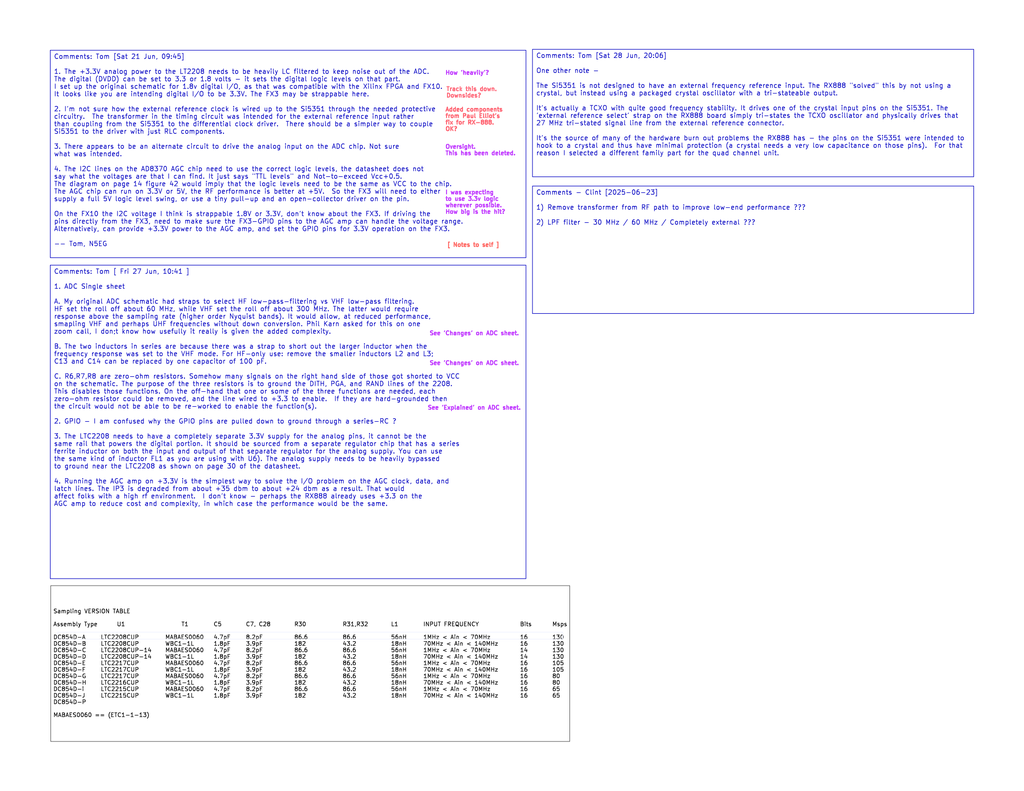
<source format=kicad_sch>
(kicad_sch
	(version 20231120)
	(generator "eeschema")
	(generator_version "8.0")
	(uuid "963e4224-a4bb-40f9-8b90-cd5df4691260")
	(paper "A")
	(title_block
		(title "PSWS-HF103-proto")
		(date "2025-06-23")
		(rev "0.1.0")
		(company "Dave Witten, KD0EAG")
		(comment 2 "[ A Minimalist Rework of HF-103 designed by Oskar Stella, ik1xpv ]")
		(comment 3 "Infineon/Cypress  FX3 DevKit and LTC2208 Demo modules")
		(comment 4 "A development straw-man based on the")
	)
	(lib_symbols)
	(rectangle
		(start 13.843 159.893)
		(end 155.448 202.438)
		(stroke
			(width 0.1)
			(type default)
			(color 6 6 6 0.79)
		)
		(fill
			(type none)
		)
		(uuid 15b97cf2-9fd6-48fe-875a-e4edc9e3b835)
	)
	(rectangle
		(start 15.748 172.593)
		(end 153.543 174.498)
		(stroke
			(width 0)
			(type default)
			(color 237 240 255 1)
		)
		(fill
			(type none)
		)
		(uuid 439cba05-5800-42cd-b744-e08471f09cdf)
	)
	(text_box "Comments - Clint [2025-06-23]\n\n1) Remove transformer from RF path to improve low-end performance ???\n\n2) LPF filter - 30 MHz / 60 MHz / Completely external ???"
		(exclude_from_sim no)
		(at 145.288 50.8 0)
		(size 120.396 34.798)
		(stroke
			(width 0)
			(type default)
		)
		(fill
			(type none)
		)
		(effects
			(font
				(size 1.27 1.27)
			)
			(justify left top)
		)
		(uuid "1f26eebd-b36d-49d8-86f3-d33f5de31949")
	)
	(text_box "Comments: Tom [Sat 28 Jun, 20:06]\n \nOne other note - \n\nThe Si5351 is not designed to have an external frequency reference input. The RX888 \"solved\" this by not using a crystal, but instead using a packaged crystal oscillator with a tri-stateable output. \n\nIt's actually a TCXO with quite good frequency stability. It drives one of the crystal input pins on the Si5351. The 'external reference select' strap on the RX888 board simply tri-states the TCXO oscillator and physically drives that 27 MHz tri-stated signal line from the external reference connector.  \n\nIt's the source of many of the hardware burn out problems the RX888 has - the pins on the Si5351 were intended to hook to a crystal and thus have minimal protection (a crystal needs a very low capacitance on those pins).  For that reason I selected a different family part for the quad channel unit.\n\n\n"
		(exclude_from_sim no)
		(at 145.288 13.462 0)
		(size 120.396 34.798)
		(stroke
			(width 0)
			(type default)
		)
		(fill
			(type none)
		)
		(effects
			(font
				(size 1.27 1.27)
			)
			(justify left top)
		)
		(uuid "9da84277-f7e2-4108-a942-e3499cbde30d")
	)
	(text_box "Comments: Tom [ Fri 27 Jun, 10:41 ]\n\n1. ADC Single sheet\n\nA. My original ADC schematic had straps to select HF low-pass-filtering vs VHF low-pass filtering.\nHF set the roll off about 60 MHz, while VHF set the roll off about 300 MHz. The latter would require\nresponse above the sampling rate (higher order Nyquist bands). It would allow, at reduced performance,\nsmapling VHF and perhaps UHF frequencies without down conversion. Phil Karn asked for this on one\nzoom call, I don;t know how usefully it really is given the added complexity.\n\nB. The two inductors in series are because there was a strap to short out the larger inductor when the\nfrequency response was set to the VHF mode. For HF-only use: remove the smaller inductors L2 and L3;\nC13 and C14 can be replaced by one capacitor of 100 pF.\n\nC. R6,R7,R8 are zero-ohm resistors. Somehow many signals on the right hand side of those got shorted to VCC\non the schematic. The purpose of the three resistors is to ground the DITH, PGA, and RAND lines of the 2208.\nThis disables those functions. On the off-hand that one or some of the three functions are needed, each\nzero-ohm resistor could be removed, and the line wired to +3.3 to enable.  If they are hard-grounded then\nthe circuit would not be able to be re-worked to enable the function(s).\n\n2. GPIO - I am confused why the GPIO pins are pulled down to ground through a series-RC ?\n\n3. The LTC2208 needs to have a completely separate 3.3V supply for the analog pins, it cannot be the\nsame rail that powers the digital portion. It should be sourced from a separate regulator chip that has a series\nferrite inductor on both the input and output of that separate regulator for the analog supply. You can use\nthe same kind of inductor FL1 as you are using with U6). The analog supply needs to be heavily bypassed\nto ground near the LTC2208 as shown on page 30 of the datasheet.\n \n4. Running the AGC amp on +3.3V is the simplest way to solve the I/O problem on the AGC clock, data, and\nlatch lines. The IP3 is degraded from about +35 dbm to about +24 dbm as a result. That would\naffect folks with a high rf environment.  I don't know - perhaps the RX888 already uses +3.3 on the\nAGC amp to reduce cost and complexity, in which case the performance would be the same.\n\n"
		(exclude_from_sim no)
		(at 13.716 72.39 0)
		(size 129.794 85.598)
		(stroke
			(width 0)
			(type default)
		)
		(fill
			(type none)
		)
		(effects
			(font
				(size 1.27 1.27)
			)
			(justify left top)
		)
		(uuid "b64479ed-3388-480c-9218-13e7083f43a8")
	)
	(text_box "Comments: Tom [Sat 21 Jun, 09:45]\n\n1. The +3.3V analog power to the LT2208 needs to be heavily LC filtered to keep noise out of the ADC.\nThe digital (DVDD) can be set to 3.3 or 1.8 volts - it sets the digital logic levels on that part.\nI set up the original schematic for 1.8v digital I/O, as that was compatible with the Xilinx FPGA and FX10.\nIt looks like you are intending digital I/O to be 3.3V. The FX3 may be strappable here.\n\n2. I'm not sure how the external reference clock is wired up to the Si5351 through the needed protective\ncircuitry.  The transformer in the timing circuit was intended for the external reference input rather\nthan coupling from the Si5351 to the differential clock driver.  There should be a simpler way to couple\nSi5351 to the driver with just RLC components.\n\n3. There appears to be an alternate circuit to drive the analog input on the ADC chip. Not sure\nwhat was intended.\n\n4. The I2C lines on the AD8370 AGC chip need to use the correct logic levels, the datasheet does not\nsay what the voltages are that I can find. It just says \"TTL levels\" and Not-to-exceed Vcc+0.5.\nThe diagram on page 14 figure 42 would imply that the logic levels need to be the same as VCC to the chip.\nThe AGC chip can run on 3.3V or 5V, the RF performance is better at +5V.  So the FX3 will need to either\nsupply a full 5V logic level swing, or use a tiny pull-up and an open-collector driver on the pin.\n\nOn the FX10 the I2C voltage I think is strappable 1.8V or 3.3V, don't know about the FX3. If driving the\npins directly from the FX3, need to make sure the FX3-GPIO pins to the AGC amp can handle the voltage range.\nAlternatively, can provide +3.3V power to the AGC amp, and set the GPIO pins for 3.3V operation on the FX3.\n\n-- Tom, N5EG"
		(exclude_from_sim no)
		(at 13.716 13.716 0)
		(size 129.794 56.642)
		(stroke
			(width 0)
			(type default)
		)
		(fill
			(type none)
		)
		(effects
			(font
				(size 1.27 1.27)
			)
			(justify left top)
		)
		(uuid "f80f1711-4917-4c50-83da-6bc955ad4d6e")
	)
	(text "See 'Changes' on ADC sheet."
		(exclude_from_sim no)
		(at 117.094 91.186 0)
		(effects
			(font
				(size 1.1 1.1)
				(thickness 0.254)
				(bold yes)
				(color 189 54 255 1)
			)
			(justify left)
		)
		(uuid "495d78db-bbea-4ee8-9356-a53d7ba970c1")
	)
	(text "I was expecting \nto use 3.3v logic \nwherever possible. \nHow big is the hit?"
		(exclude_from_sim no)
		(at 121.412 55.372 0)
		(effects
			(font
				(size 1.1 1.1)
				(thickness 0.254)
				(bold yes)
				(color 189 54 255 1)
			)
			(justify left)
		)
		(uuid "51fc9d74-5099-4b3d-8150-46c7506383a4")
	)
	(text "Track this down.\nDownsides?"
		(exclude_from_sim no)
		(at 121.666 25.4 0)
		(effects
			(font
				(size 1.1 1.1)
				(thickness 0.254)
				(bold yes)
				(color 255 100 117 1)
			)
			(justify left)
		)
		(uuid "672e4d5f-9309-4ff0-bdf1-05f749dd481a")
	)
	(text "[ Notes to self ]"
		(exclude_from_sim no)
		(at 121.92 67.056 0)
		(effects
			(font
				(size 1.1 1.1)
				(thickness 0.254)
				(bold yes)
				(color 255 97 92 1)
			)
			(justify left)
		)
		(uuid "8fa92327-84e8-4812-8466-e25b3cf11a9a")
	)
	(text "Sampling VERSION TABLE\n										\nAssembly Type	U1				T1		C5		C7, C28		R30 		R31,R32		L1		INPUT FREQUENCY			Bits	Msps\n\nDC854D-A	LTC2208CUP		MABAES0060	4.7pF	8.2pF		86.6		86.6		56nH	1MHz < Ain < 70MHz		16		130\nDC854D-B	LTC2208CUP		WBC1-1L		1.8pF	3.9pF		182			43.2		18nH	70MHz < Ain < 140MHz	16		130\nDC854D-C	LTC2208CUP-14	MABAES0060	4.7pF	8.2pF		86.6		86.6		56nH	1MHz < Ain < 70MHz		14		130\nDC854D-D	LTC2208CUP-14	WBC1-1L		1.8pF	3.9pF		182			43.2		18nH	70MHz < Ain < 140MHz	14		130\nDC854D-E	LTC2217CUP		MABAES0060	4.7pF	8.2pF		86.6		86.6		56nH	1MHz < Ain < 70MHz		16		105\nDC854D-F	LTC2217CUP		WBC1-1L		1.8pF	3.9pF		182			43.2		18nH	70MHz < Ain < 140MHz	16		105\nDC854D-G	LTC2217CUP		MABAES0060	4.7pF	8.2pF		86.6		86.6		56nH	1MHz < Ain < 70MHz		16		80\nDC854D-H	LTC2216CUP		WBC1-1L		1.8pF	3.9pF		182			43.2		18nH	70MHz < Ain < 140MHz	16		80\nDC854D-i	LTC2215CUP		MABAES0060	4.7pF	8.2pF		86.6		86.6		56nH	1MHz < Ain < 70MHz		16		65\nDC854D-J	LTC2215CUP		WBC1-1L		1.8pF	3.9pF		182			43.2		18nH	70MHz < Ain < 140MHz	16		65\nDC854D-P										\n\nMABAES0060 == (ETC1-1-13)"
		(exclude_from_sim no)
		(at 14.478 196.088 0)
		(effects
			(font
				(size 1.1 1.1)
				(color 0 0 0 1)
			)
			(justify left bottom)
		)
		(uuid "95ea91ef-45cd-44a0-81a1-04cc22ac769b")
	)
	(text "Oversight.  \nThis has been deleted."
		(exclude_from_sim no)
		(at 121.412 41.148 0)
		(effects
			(font
				(size 1.1 1.1)
				(thickness 0.254)
				(bold yes)
				(color 189 54 255 1)
			)
			(justify left)
		)
		(uuid "ac26e0ac-62f6-4b10-a8b2-66a74eac9d75")
	)
	(text "Added components\nfrom Paul Elliot's \nfix for RX-888. \nOK?"
		(exclude_from_sim no)
		(at 121.412 32.766 0)
		(effects
			(font
				(size 1.1 1.1)
				(thickness 0.254)
				(bold yes)
				(color 255 93 107 1)
			)
			(justify left)
		)
		(uuid "b5f9174e-541a-49ce-8fa2-f11446505759")
	)
	(text "See 'Explained' on ADC sheet."
		(exclude_from_sim no)
		(at 116.586 111.506 0)
		(effects
			(font
				(size 1.1 1.1)
				(thickness 0.254)
				(bold yes)
				(color 189 54 255 1)
			)
			(justify left)
		)
		(uuid "b7edde2a-4273-4f1a-9365-64ce1bcf8579")
	)
	(text "How 'heavily'?"
		(exclude_from_sim no)
		(at 121.412 20.066 0)
		(effects
			(font
				(size 1.1 1.1)
				(thickness 0.254)
				(bold yes)
				(color 189 54 255 1)
			)
			(justify left)
		)
		(uuid "b9611387-514a-4324-9a16-fce67b46a2bf")
	)
	(text "See 'Changes' on ADC sheet."
		(exclude_from_sim no)
		(at 117.094 99.314 0)
		(effects
			(font
				(size 1.1 1.1)
				(thickness 0.254)
				(bold yes)
				(color 189 54 255 1)
			)
			(justify left)
		)
		(uuid "fe78b4c3-b04e-48ff-93a5-2c82a6cc0c16")
	)
)

</source>
